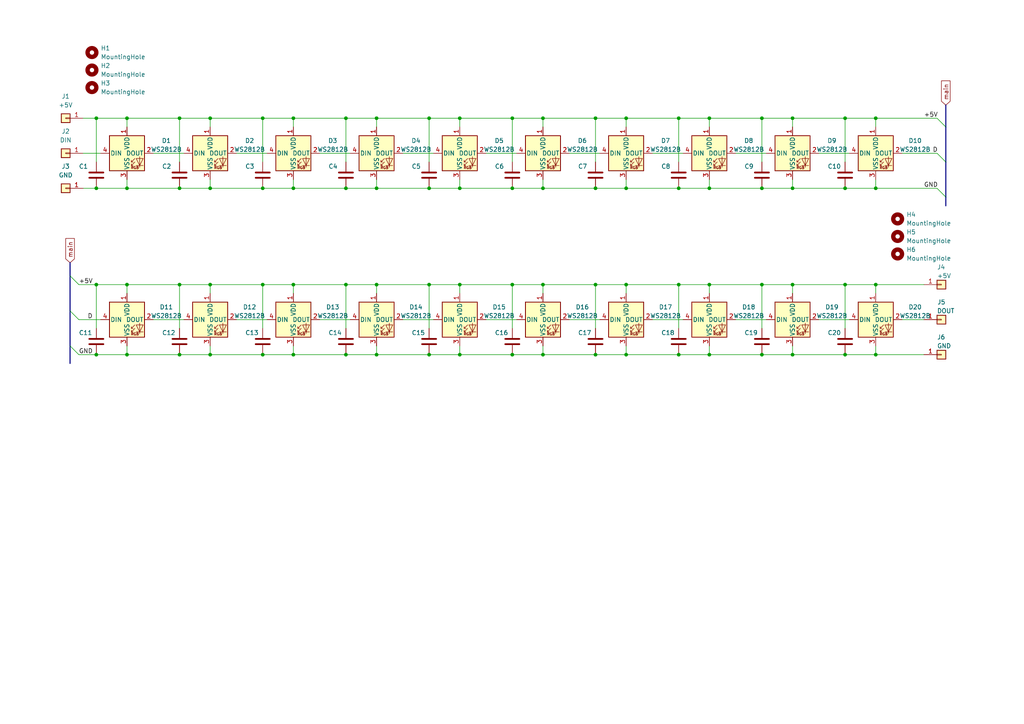
<source format=kicad_sch>
(kicad_sch (version 20230121) (generator eeschema)
  (paper "A4")
  (lib_symbols
    (symbol "Connector_Generic:Conn_01x01" (pin_names (offset 1.016) hide)
      (property "Reference" "J" (at 0 2.54 0))
      (property "Value" "Conn_01x01" (at 0 -2.54 0))
      (symbol "Conn_01x01_1_1"
        (rectangle (start -1.27 0.127) (end 0 -0.127) (stroke (width 0.1524)))
        (rectangle (start -1.27 1.27) (end 1.27 -1.27) (stroke (width 0.254)) (fill (type background)))
        (pin passive line (at -5.08 0 0) (length 3.81) (name "Pin_1") (number "1"))
      )
    )
    (symbol "Device:C" (pin_numbers hide) (pin_names (offset 0.254))
      (property "Reference" "C" (at 0.635 2.54 0))
      (property "Value" "C" (at 0.635 -2.54 0))
      (symbol "C_0_1"
        (polyline (pts (xy -2.032 -0.762) (xy 2.032 -0.762)) (stroke (width 0.508)))
        (polyline (pts (xy -2.032 0.762) (xy 2.032 0.762)) (stroke (width 0.508)))
      )
      (symbol "C_1_1"
        (pin passive line (at 0 3.81 270) (length 2.794) (name "~") (number "1"))
        (pin passive line (at 0 -3.81 90) (length 2.794) (name "~") (number "2"))
      )
    )
    (symbol "LED:WS2812B" (pin_names (offset 0.254))
      (property "Reference" "D" (at 5.08 5.715 0))
      (property "Value" "WS2812B" (at 1.27 -5.715 0))
      (symbol "WS2812B_0_0"
        (text "RGB" (at 2.286 -4.191 0) (effects (font (size 0.762 0.762))))
      )
      (symbol "WS2812B_0_1"
        (polyline (pts (xy 1.27 -3.556) (xy 1.778 -3.556)))
        (polyline (pts (xy 1.27 -2.54) (xy 1.778 -2.54)))
        (polyline (pts (xy 4.699 -3.556) (xy 2.667 -3.556)))
        (polyline (pts (xy 2.286 -2.54) (xy 1.27 -3.556) (xy 1.27 -3.048)))
        (polyline (pts (xy 2.286 -1.524) (xy 1.27 -2.54) (xy 1.27 -2.032)))
        (polyline (pts (xy 3.683 -1.016) (xy 3.683 -3.556) (xy 3.683 -4.064)))
        (polyline (pts (xy 4.699 -1.524) (xy 2.667 -1.524) (xy 3.683 -3.556) (xy 4.699 -1.524)))
        (rectangle (start 5.08 5.08) (end -5.08 -5.08) (stroke (width 0.254)) (fill (type background)))
      )
      (symbol "WS2812B_1_1"
        (pin power_in line (at 0 7.62 270) (length 2.54) (name "VDD") (number "1"))
        (pin output line (at 7.62 0 180) (length 2.54) (name "DOUT") (number "2"))
        (pin power_in line (at 0 -7.62 90) (length 2.54) (name "VSS") (number "3"))
        (pin input line (at -7.62 0 0) (length 2.54) (name "DIN") (number "4"))
      )
    )
    (symbol "Mechanical:MountingHole" (pin_names (offset 1.016))
      (property "Reference" "H" (at 0 5.08 0))
      (property "Value" "MountingHole" (at 0 3.175 0))
      (symbol "MountingHole_0_1"
        (circle (center 0 0) (radius 1.27) (stroke (width 1.27)))
      )
    )
  )
  (junction (at 52.07 102.87))
  (junction (at 205.74 54.61))
  (junction (at 205.74 82.55))
  (junction (at 181.61 82.55))
  (junction (at 172.72 54.61))
  (junction (at 196.85 82.55))
  (junction (at 157.48 82.55))
  (junction (at 148.59 102.87))
  (junction (at 157.48 102.87))
  (junction (at 124.46 54.61))
  (junction (at 60.96 34.29))
  (junction (at 172.72 82.55))
  (junction (at 172.72 102.87))
  (junction (at 196.85 34.29))
  (junction (at 85.09 82.55))
  (junction (at 148.59 34.29))
  (junction (at 60.96 54.61))
  (junction (at 100.33 34.29))
  (junction (at 100.33 102.87))
  (junction (at 52.07 82.55))
  (junction (at 109.22 54.61))
  (junction (at 172.72 34.29))
  (junction (at 27.94 34.29))
  (junction (at 254 54.61))
  (junction (at 85.09 34.29))
  (junction (at 52.07 34.29))
  (junction (at 245.11 54.61))
  (junction (at 229.87 82.55))
  (junction (at 157.48 34.29))
  (junction (at 76.2 102.87))
  (junction (at 36.83 82.55))
  (junction (at 148.59 82.55))
  (junction (at 148.59 54.61))
  (junction (at 220.98 82.55))
  (junction (at 100.33 54.61))
  (junction (at 124.46 82.55))
  (junction (at 220.98 54.61))
  (junction (at 245.11 82.55))
  (junction (at 254 82.55))
  (junction (at 229.87 102.87))
  (junction (at 229.87 54.61))
  (junction (at 229.87 34.29))
  (junction (at 254 102.87))
  (junction (at 60.96 82.55))
  (junction (at 220.98 34.29))
  (junction (at 27.94 54.61))
  (junction (at 36.83 54.61))
  (junction (at 245.11 102.87))
  (junction (at 181.61 54.61))
  (junction (at 220.98 102.87))
  (junction (at 205.74 102.87))
  (junction (at 157.48 54.61))
  (junction (at 36.83 34.29))
  (junction (at 76.2 82.55))
  (junction (at 76.2 54.61))
  (junction (at 196.85 102.87))
  (junction (at 85.09 102.87))
  (junction (at 133.35 82.55))
  (junction (at 85.09 54.61))
  (junction (at 245.11 34.29))
  (junction (at 76.2 34.29))
  (junction (at 100.33 82.55))
  (junction (at 124.46 34.29))
  (junction (at 109.22 34.29))
  (junction (at 52.07 54.61))
  (junction (at 205.74 34.29))
  (junction (at 254 34.29))
  (junction (at 27.94 102.87))
  (junction (at 181.61 34.29))
  (junction (at 133.35 102.87))
  (junction (at 181.61 102.87))
  (junction (at 60.96 102.87))
  (junction (at 109.22 82.55))
  (junction (at 124.46 102.87))
  (junction (at 36.83 102.87))
  (junction (at 196.85 54.61))
  (junction (at 133.35 54.61))
  (junction (at 133.35 34.29))
  (junction (at 109.22 102.87))
  (junction (at 27.94 82.55))
  (bus_entry (at 20.32 90.17) (size 2.54 2.54))
  (bus_entry (at 271.78 54.61) (size 2.54 2.54))
  (bus_entry (at 271.78 44.45) (size 2.54 2.54))
  (bus_entry (at 20.32 100.33) (size 2.54 2.54))
  (bus_entry (at 271.78 34.29) (size 2.54 2.54))
  (bus_entry (at 20.32 80.01) (size 2.54 2.54))
  (wire (pts (xy 254 100.33) (xy 254 102.87)))
  (wire (pts (xy 76.2 102.87) (xy 85.09 102.87)))
  (wire (pts (xy 229.87 54.61) (xy 245.11 54.61)))
  (wire (pts (xy 44.45 92.71) (xy 53.34 92.71)))
  (wire (pts (xy 213.36 92.71) (xy 222.25 92.71)))
  (wire (pts (xy 76.2 54.61) (xy 85.09 54.61)))
  (wire (pts (xy 52.07 102.87) (xy 60.96 102.87)))
  (wire (pts (xy 124.46 102.87) (xy 133.35 102.87)))
  (wire (pts (xy 181.61 100.33) (xy 181.61 102.87)))
  (wire (pts (xy 133.35 54.61) (xy 148.59 54.61)))
  (wire (pts (xy 85.09 100.33) (xy 85.09 102.87)))
  (wire (pts (xy 24.13 54.61) (xy 27.94 54.61)))
  (wire (pts (xy 116.84 92.71) (xy 125.73 92.71)))
  (wire (pts (xy 261.62 92.71) (xy 267.97 92.71)))
  (wire (pts (xy 109.22 52.07) (xy 109.22 54.61)))
  (wire (pts (xy 92.71 92.71) (xy 101.6 92.71)))
  (wire (pts (xy 68.58 44.45) (xy 77.47 44.45)))
  (wire (pts (xy 196.85 82.55) (xy 196.85 95.25)))
  (wire (pts (xy 181.61 102.87) (xy 196.85 102.87)))
  (wire (pts (xy 205.74 34.29) (xy 220.98 34.29)))
  (wire (pts (xy 245.11 82.55) (xy 254 82.55)))
  (wire (pts (xy 220.98 82.55) (xy 220.98 95.25)))
  (wire (pts (xy 196.85 82.55) (xy 205.74 82.55)))
  (wire (pts (xy 109.22 34.29) (xy 124.46 34.29)))
  (wire (pts (xy 85.09 52.07) (xy 85.09 54.61)))
  (wire (pts (xy 220.98 82.55) (xy 229.87 82.55)))
  (wire (pts (xy 100.33 82.55) (xy 109.22 82.55)))
  (wire (pts (xy 85.09 102.87) (xy 100.33 102.87)))
  (wire (pts (xy 205.74 54.61) (xy 220.98 54.61)))
  (wire (pts (xy 24.13 44.45) (xy 29.21 44.45)))
  (wire (pts (xy 124.46 34.29) (xy 124.46 46.99)))
  (wire (pts (xy 245.11 34.29) (xy 245.11 46.99)))
  (wire (pts (xy 109.22 100.33) (xy 109.22 102.87)))
  (wire (pts (xy 85.09 34.29) (xy 100.33 34.29)))
  (wire (pts (xy 76.2 34.29) (xy 76.2 46.99)))
  (wire (pts (xy 92.71 44.45) (xy 101.6 44.45)))
  (wire (pts (xy 27.94 82.55) (xy 36.83 82.55)))
  (wire (pts (xy 36.83 82.55) (xy 52.07 82.55)))
  (wire (pts (xy 133.35 52.07) (xy 133.35 54.61)))
  (wire (pts (xy 22.86 102.87) (xy 27.94 102.87)))
  (wire (pts (xy 172.72 102.87) (xy 181.61 102.87)))
  (wire (pts (xy 245.11 54.61) (xy 254 54.61)))
  (wire (pts (xy 27.94 34.29) (xy 27.94 46.99)))
  (wire (pts (xy 60.96 34.29) (xy 60.96 36.83)))
  (wire (pts (xy 60.96 82.55) (xy 76.2 82.55)))
  (wire (pts (xy 254 34.29) (xy 271.78 34.29)))
  (wire (pts (xy 237.49 44.45) (xy 246.38 44.45)))
  (wire (pts (xy 245.11 34.29) (xy 254 34.29)))
  (wire (pts (xy 76.2 34.29) (xy 85.09 34.29)))
  (wire (pts (xy 22.86 82.55) (xy 27.94 82.55)))
  (wire (pts (xy 205.74 102.87) (xy 220.98 102.87)))
  (wire (pts (xy 27.94 34.29) (xy 36.83 34.29)))
  (wire (pts (xy 181.61 82.55) (xy 181.61 85.09)))
  (wire (pts (xy 52.07 34.29) (xy 60.96 34.29)))
  (wire (pts (xy 245.11 82.55) (xy 245.11 95.25)))
  (wire (pts (xy 172.72 54.61) (xy 181.61 54.61)))
  (wire (pts (xy 85.09 54.61) (xy 100.33 54.61)))
  (wire (pts (xy 133.35 102.87) (xy 148.59 102.87)))
  (wire (pts (xy 245.11 102.87) (xy 254 102.87)))
  (wire (pts (xy 220.98 34.29) (xy 229.87 34.29)))
  (wire (pts (xy 100.33 102.87) (xy 109.22 102.87)))
  (wire (pts (xy 124.46 54.61) (xy 133.35 54.61)))
  (wire (pts (xy 148.59 82.55) (xy 148.59 95.25)))
  (wire (pts (xy 205.74 100.33) (xy 205.74 102.87)))
  (wire (pts (xy 27.94 102.87) (xy 36.83 102.87)))
  (wire (pts (xy 220.98 54.61) (xy 229.87 54.61)))
  (wire (pts (xy 133.35 82.55) (xy 148.59 82.55)))
  (wire (pts (xy 140.97 44.45) (xy 149.86 44.45)))
  (bus (pts (xy 274.32 46.99) (xy 274.32 57.15)))
  (wire (pts (xy 148.59 34.29) (xy 148.59 46.99)))
  (wire (pts (xy 60.96 82.55) (xy 60.96 85.09)))
  (wire (pts (xy 124.46 82.55) (xy 124.46 95.25)))
  (wire (pts (xy 52.07 34.29) (xy 52.07 46.99)))
  (wire (pts (xy 60.96 34.29) (xy 76.2 34.29)))
  (bus (pts (xy 20.32 80.01) (xy 20.32 90.17)))
  (wire (pts (xy 229.87 34.29) (xy 245.11 34.29)))
  (wire (pts (xy 109.22 34.29) (xy 109.22 36.83)))
  (wire (pts (xy 133.35 34.29) (xy 133.35 36.83)))
  (wire (pts (xy 36.83 34.29) (xy 52.07 34.29)))
  (wire (pts (xy 181.61 82.55) (xy 196.85 82.55)))
  (wire (pts (xy 157.48 34.29) (xy 157.48 36.83)))
  (bus (pts (xy 20.32 76.2) (xy 20.32 80.01)))
  (wire (pts (xy 181.61 54.61) (xy 196.85 54.61)))
  (wire (pts (xy 109.22 82.55) (xy 124.46 82.55)))
  (wire (pts (xy 172.72 82.55) (xy 172.72 95.25)))
  (wire (pts (xy 36.83 100.33) (xy 36.83 102.87)))
  (wire (pts (xy 229.87 82.55) (xy 229.87 85.09)))
  (wire (pts (xy 148.59 34.29) (xy 157.48 34.29)))
  (wire (pts (xy 205.74 82.55) (xy 220.98 82.55)))
  (wire (pts (xy 196.85 34.29) (xy 205.74 34.29)))
  (wire (pts (xy 157.48 54.61) (xy 172.72 54.61)))
  (wire (pts (xy 76.2 82.55) (xy 76.2 95.25)))
  (wire (pts (xy 100.33 82.55) (xy 100.33 95.25)))
  (wire (pts (xy 229.87 82.55) (xy 245.11 82.55)))
  (wire (pts (xy 254 102.87) (xy 267.97 102.87)))
  (wire (pts (xy 36.83 52.07) (xy 36.83 54.61)))
  (wire (pts (xy 229.87 52.07) (xy 229.87 54.61)))
  (wire (pts (xy 36.83 34.29) (xy 36.83 36.83)))
  (wire (pts (xy 109.22 54.61) (xy 124.46 54.61)))
  (wire (pts (xy 220.98 102.87) (xy 229.87 102.87)))
  (wire (pts (xy 133.35 82.55) (xy 133.35 85.09)))
  (wire (pts (xy 205.74 34.29) (xy 205.74 36.83)))
  (wire (pts (xy 133.35 34.29) (xy 148.59 34.29)))
  (wire (pts (xy 172.72 82.55) (xy 181.61 82.55)))
  (wire (pts (xy 229.87 100.33) (xy 229.87 102.87)))
  (wire (pts (xy 27.94 54.61) (xy 36.83 54.61)))
  (wire (pts (xy 189.23 92.71) (xy 198.12 92.71)))
  (wire (pts (xy 189.23 44.45) (xy 198.12 44.45)))
  (wire (pts (xy 229.87 34.29) (xy 229.87 36.83)))
  (wire (pts (xy 44.45 44.45) (xy 53.34 44.45)))
  (wire (pts (xy 148.59 102.87) (xy 157.48 102.87)))
  (wire (pts (xy 157.48 82.55) (xy 157.48 85.09)))
  (wire (pts (xy 254 54.61) (xy 271.78 54.61)))
  (wire (pts (xy 172.72 34.29) (xy 172.72 46.99)))
  (wire (pts (xy 181.61 34.29) (xy 196.85 34.29)))
  (wire (pts (xy 205.74 52.07) (xy 205.74 54.61)))
  (wire (pts (xy 205.74 82.55) (xy 205.74 85.09)))
  (wire (pts (xy 52.07 82.55) (xy 52.07 95.25)))
  (wire (pts (xy 220.98 34.29) (xy 220.98 46.99)))
  (wire (pts (xy 100.33 34.29) (xy 109.22 34.29)))
  (wire (pts (xy 133.35 100.33) (xy 133.35 102.87)))
  (wire (pts (xy 229.87 102.87) (xy 245.11 102.87)))
  (wire (pts (xy 124.46 82.55) (xy 133.35 82.55)))
  (wire (pts (xy 181.61 34.29) (xy 181.61 36.83)))
  (wire (pts (xy 68.58 92.71) (xy 77.47 92.71)))
  (wire (pts (xy 181.61 52.07) (xy 181.61 54.61)))
  (wire (pts (xy 76.2 82.55) (xy 85.09 82.55)))
  (wire (pts (xy 196.85 54.61) (xy 205.74 54.61)))
  (wire (pts (xy 52.07 54.61) (xy 60.96 54.61)))
  (wire (pts (xy 124.46 34.29) (xy 133.35 34.29)))
  (wire (pts (xy 213.36 44.45) (xy 222.25 44.45)))
  (wire (pts (xy 237.49 92.71) (xy 246.38 92.71)))
  (wire (pts (xy 100.33 34.29) (xy 100.33 46.99)))
  (wire (pts (xy 254 34.29) (xy 254 36.83)))
  (wire (pts (xy 157.48 82.55) (xy 172.72 82.55)))
  (wire (pts (xy 109.22 102.87) (xy 124.46 102.87)))
  (wire (pts (xy 24.13 34.29) (xy 27.94 34.29)))
  (wire (pts (xy 85.09 82.55) (xy 100.33 82.55)))
  (wire (pts (xy 148.59 82.55) (xy 157.48 82.55)))
  (wire (pts (xy 157.48 102.87) (xy 172.72 102.87)))
  (wire (pts (xy 109.22 82.55) (xy 109.22 85.09)))
  (wire (pts (xy 100.33 54.61) (xy 109.22 54.61)))
  (wire (pts (xy 148.59 54.61) (xy 157.48 54.61)))
  (wire (pts (xy 36.83 82.55) (xy 36.83 85.09)))
  (wire (pts (xy 60.96 102.87) (xy 76.2 102.87)))
  (wire (pts (xy 60.96 54.61) (xy 76.2 54.61)))
  (wire (pts (xy 254 82.55) (xy 267.97 82.55)))
  (wire (pts (xy 52.07 82.55) (xy 60.96 82.55)))
  (wire (pts (xy 254 82.55) (xy 254 85.09)))
  (wire (pts (xy 22.86 92.71) (xy 29.21 92.71)))
  (wire (pts (xy 254 52.07) (xy 254 54.61)))
  (wire (pts (xy 85.09 82.55) (xy 85.09 85.09)))
  (wire (pts (xy 172.72 34.29) (xy 181.61 34.29)))
  (wire (pts (xy 27.94 82.55) (xy 27.94 95.25)))
  (wire (pts (xy 261.62 44.45) (xy 271.78 44.45)))
  (wire (pts (xy 36.83 54.61) (xy 52.07 54.61)))
  (wire (pts (xy 165.1 44.45) (xy 173.99 44.45)))
  (wire (pts (xy 157.48 34.29) (xy 172.72 34.29)))
  (wire (pts (xy 36.83 102.87) (xy 52.07 102.87)))
  (wire (pts (xy 196.85 34.29) (xy 196.85 46.99)))
  (wire (pts (xy 196.85 102.87) (xy 205.74 102.87)))
  (wire (pts (xy 60.96 100.33) (xy 60.96 102.87)))
  (wire (pts (xy 157.48 52.07) (xy 157.48 54.61)))
  (bus (pts (xy 274.32 30.48) (xy 274.32 36.83)))
  (bus (pts (xy 274.32 57.15) (xy 274.32 59.69)))
  (bus (pts (xy 274.32 36.83) (xy 274.32 46.99)))
  (wire (pts (xy 165.1 92.71) (xy 173.99 92.71)))
  (wire (pts (xy 60.96 52.07) (xy 60.96 54.61)))
  (wire (pts (xy 116.84 44.45) (xy 125.73 44.45)))
  (wire (pts (xy 157.48 100.33) (xy 157.48 102.87)))
  (wire (pts (xy 140.97 92.71) (xy 149.86 92.71)))
  (wire (pts (xy 85.09 34.29) (xy 85.09 36.83)))
  (bus (pts (xy 20.32 90.17) (xy 20.32 100.33)))
  (bus (pts (xy 20.32 100.33) (xy 20.32 105.41)))
  (label "D" (at 25.4 92.71 0))
  (label "GND" (at 267.97 54.61 0))
  (label "GND" (at 22.86 102.87 0))
  (label "+5V" (at 267.97 34.29 0))
  (label "+5V" (at 22.86 82.55 0))
  (label "D" (at 270.51 44.45 0))
  (global_label "main" (shape input) (at 20.32 76.2 90) (property "Intersheetrefs" "${INTERSHEET_REFS}" (effects hide)))
  (global_label "main" (shape input) (at 274.32 30.48 90) (property "Intersheetrefs" "${INTERSHEET_REFS}" (effects hide)))
  (symbol (lib_id "Device:C") (at 196.85 99.06 0) (unit 1)
    (property "Reference" "C18" (at 191.77 96.52 0) (effects (justify left)))
    (property "Value" "C" (effects hide))
    (property "Footprint" "Capacitor_SMD:C_0805_2012Metric" (effects hide))
  )
  (symbol (lib_id "Device:C") (at 220.98 50.8 0) (unit 1)
    (property "Reference" "C9" (at 215.9 48.26 0) (effects (justify left)))
    (property "Value" "C" (effects hide))
    (property "Footprint" "Capacitor_SMD:C_0805_2012Metric" (effects hide))
  )
  (symbol (lib_id "Device:C") (at 76.2 50.8 0) (unit 1)
    (property "Reference" "C3" (at 71.12 48.26 0) (effects (justify left)))
    (property "Value" "C" (effects hide))
    (property "Footprint" "Capacitor_SMD:C_0805_2012Metric" (effects hide))
  )
  (symbol (lib_id "Device:C") (at 52.07 99.06 0) (unit 1)
    (property "Reference" "C12" (at 46.99 96.52 0) (effects (justify left)))
    (property "Value" "C" (effects hide))
    (property "Footprint" "Capacitor_SMD:C_0805_2012Metric" (effects hide))
  )
  (symbol (lib_id "Connector_Generic:Conn_01x01") (at 273.05 102.87 0) (unit 1)
    (property "Reference" "J6" (at 271.78 97.79 0) (effects (justify left)))
    (property "Value" "GND" (at 271.78 100.33 0) (effects (justify left)))
    (property "Footprint" "Connector_Wire:SolderWirePad_1x01_SMD_1x2mm" (effects hide))
  )
  (symbol (lib_id "LED:WS2812B") (at 229.87 44.45 0) (unit 1)
    (property "Reference" "D9" (at 241.3 40.8021 0))
    (property "Value" "WS2812B" (at 241.3 43.3421 0))
    (property "Footprint" "LED_SMD:LED_WS2812B_PLCC4_5.0x5.0mm_P3.2mm" (effects hide))
    (property "Datasheet" "https://cdn-shop.adafruit.com/datasheets/WS2812B.pdf" (effects hide))
  )
  (symbol (lib_id "LED:WS2812B") (at 254 44.45 0) (unit 1)
    (property "Reference" "D10" (at 265.43 40.8021 0))
    (property "Value" "WS2812B" (at 265.43 43.3421 0))
    (property "Footprint" "LED_SMD:LED_WS2812B_PLCC4_5.0x5.0mm_P3.2mm" (effects hide))
    (property "Datasheet" "https://cdn-shop.adafruit.com/datasheets/WS2812B.pdf" (effects hide))
  )
  (symbol (lib_id "LED:WS2812B") (at 157.48 44.45 0) (unit 1)
    (property "Reference" "D6" (at 168.91 40.8021 0))
    (property "Value" "WS2812B" (at 168.91 43.3421 0))
    (property "Footprint" "LED_SMD:LED_WS2812B_PLCC4_5.0x5.0mm_P3.2mm" (effects hide))
    (property "Datasheet" "https://cdn-shop.adafruit.com/datasheets/WS2812B.pdf" (effects hide))
  )
  (symbol (lib_id "Mechanical:MountingHole") (at 26.67 15.24 0) (unit 1)
    (property "Reference" "H1" (at 29.21 13.97 0) (effects (justify left)))
    (property "Value" "MountingHole" (at 29.21 16.51 0) (effects (justify left)))
    (property "Footprint" "MountingHole:MountingHole_2.1mm" (effects hide))
  )
  (symbol (lib_id "Mechanical:MountingHole") (at 26.67 25.4 0) (unit 1)
    (property "Reference" "H3" (at 29.21 24.13 0) (effects (justify left)))
    (property "Value" "MountingHole" (at 29.21 26.67 0) (effects (justify left)))
    (property "Footprint" "MountingHole:MountingHole_2.1mm" (effects hide))
  )
  (symbol (lib_id "LED:WS2812B") (at 133.35 92.71 0) (unit 1)
    (property "Reference" "D15" (at 144.78 89.0621 0))
    (property "Value" "WS2812B" (at 144.78 91.6021 0))
    (property "Footprint" "LED_SMD:LED_WS2812B_PLCC4_5.0x5.0mm_P3.2mm" (effects hide))
    (property "Datasheet" "https://cdn-shop.adafruit.com/datasheets/WS2812B.pdf" (effects hide))
  )
  (symbol (lib_id "LED:WS2812B") (at 85.09 92.71 0) (unit 1)
    (property "Reference" "D13" (at 96.52 89.0621 0))
    (property "Value" "WS2812B" (at 96.52 91.6021 0))
    (property "Footprint" "LED_SMD:LED_WS2812B_PLCC4_5.0x5.0mm_P3.2mm" (effects hide))
    (property "Datasheet" "https://cdn-shop.adafruit.com/datasheets/WS2812B.pdf" (effects hide))
  )
  (symbol (lib_id "Device:C") (at 172.72 50.8 0) (unit 1)
    (property "Reference" "C7" (at 167.64 48.26 0) (effects (justify left)))
    (property "Value" "C" (effects hide))
    (property "Footprint" "Capacitor_SMD:C_0805_2012Metric" (effects hide))
  )
  (symbol (lib_id "Device:C") (at 124.46 50.8 0) (unit 1)
    (property "Reference" "C5" (at 119.38 48.26 0) (effects (justify left)))
    (property "Value" "C" (effects hide))
    (property "Footprint" "Capacitor_SMD:C_0805_2012Metric" (effects hide))
  )
  (symbol (lib_id "Mechanical:MountingHole") (at 260.35 63.5 0) (unit 1)
    (property "Reference" "H4" (at 262.89 62.23 0) (effects (justify left)))
    (property "Value" "MountingHole" (at 262.89 64.77 0) (effects (justify left)))
    (property "Footprint" "MountingHole:MountingHole_2.1mm" (effects hide))
  )
  (symbol (lib_id "LED:WS2812B") (at 181.61 92.71 0) (unit 1)
    (property "Reference" "D17" (at 193.04 89.0621 0))
    (property "Value" "WS2812B" (at 193.04 91.6021 0))
    (property "Footprint" "LED_SMD:LED_WS2812B_PLCC4_5.0x5.0mm_P3.2mm" (effects hide))
    (property "Datasheet" "https://cdn-shop.adafruit.com/datasheets/WS2812B.pdf" (effects hide))
  )
  (symbol (lib_id "Device:C") (at 100.33 99.06 0) (unit 1)
    (property "Reference" "C14" (at 95.25 96.52 0) (effects (justify left)))
    (property "Value" "C" (effects hide))
    (property "Footprint" "Capacitor_SMD:C_0805_2012Metric" (effects hide))
  )
  (symbol (lib_id "Device:C") (at 124.46 99.06 0) (unit 1)
    (property "Reference" "C15" (at 119.38 96.52 0) (effects (justify left)))
    (property "Value" "C" (effects hide))
    (property "Footprint" "Capacitor_SMD:C_0805_2012Metric" (effects hide))
  )
  (symbol (lib_id "Device:C") (at 196.85 50.8 0) (unit 1)
    (property "Reference" "C8" (at 191.77 48.26 0) (effects (justify left)))
    (property "Value" "C" (effects hide))
    (property "Footprint" "Capacitor_SMD:C_0805_2012Metric" (effects hide))
  )
  (symbol (lib_id "Mechanical:MountingHole") (at 260.35 73.66 0) (unit 1)
    (property "Reference" "H6" (at 262.89 72.39 0) (effects (justify left)))
    (property "Value" "MountingHole" (at 262.89 74.93 0) (effects (justify left)))
    (property "Footprint" "MountingHole:MountingHole_2.1mm" (effects hide))
  )
  (symbol (lib_id "LED:WS2812B") (at 229.87 92.71 0) (unit 1)
    (property "Reference" "D19" (at 241.3 89.0621 0))
    (property "Value" "WS2812B" (at 241.3 91.6021 0))
    (property "Footprint" "LED_SMD:LED_WS2812B_PLCC4_5.0x5.0mm_P3.2mm" (effects hide))
    (property "Datasheet" "https://cdn-shop.adafruit.com/datasheets/WS2812B.pdf" (effects hide))
  )
  (symbol (lib_id "LED:WS2812B") (at 205.74 92.71 0) (unit 1)
    (property "Reference" "D18" (at 217.17 89.0621 0))
    (property "Value" "WS2812B" (at 217.17 91.6021 0))
    (property "Footprint" "LED_SMD:LED_WS2812B_PLCC4_5.0x5.0mm_P3.2mm" (effects hide))
    (property "Datasheet" "https://cdn-shop.adafruit.com/datasheets/WS2812B.pdf" (effects hide))
  )
  (symbol (lib_id "Device:C") (at 148.59 50.8 0) (unit 1)
    (property "Reference" "C6" (at 143.51 48.26 0) (effects (justify left)))
    (property "Value" "C" (effects hide))
    (property "Footprint" "Capacitor_SMD:C_0805_2012Metric" (effects hide))
  )
  (symbol (lib_id "LED:WS2812B") (at 109.22 44.45 0) (unit 1)
    (property "Reference" "D4" (at 120.65 40.8021 0))
    (property "Value" "WS2812B" (at 120.65 43.3421 0))
    (property "Footprint" "LED_SMD:LED_WS2812B_PLCC4_5.0x5.0mm_P3.2mm" (effects hide))
    (property "Datasheet" "https://cdn-shop.adafruit.com/datasheets/WS2812B.pdf" (effects hide))
  )
  (symbol (lib_id "LED:WS2812B") (at 36.83 92.71 0) (unit 1)
    (property "Reference" "D11" (at 48.26 89.0621 0))
    (property "Value" "WS2812B" (at 48.26 91.6021 0))
    (property "Footprint" "LED_SMD:LED_WS2812B_PLCC4_5.0x5.0mm_P3.2mm" (effects hide))
    (property "Datasheet" "https://cdn-shop.adafruit.com/datasheets/WS2812B.pdf" (effects hide))
  )
  (symbol (lib_id "Device:C") (at 27.94 50.8 0) (unit 1)
    (property "Reference" "C1" (at 22.86 48.26 0) (effects (justify left)))
    (property "Value" "C" (effects hide))
    (property "Footprint" "Capacitor_SMD:C_0805_2012Metric" (effects hide))
  )
  (symbol (lib_id "Device:C") (at 245.11 99.06 0) (unit 1)
    (property "Reference" "C20" (at 240.03 96.52 0) (effects (justify left)))
    (property "Value" "C" (effects hide))
    (property "Footprint" "Capacitor_SMD:C_0805_2012Metric" (effects hide))
  )
  (symbol (lib_id "Connector_Generic:Conn_01x01") (at 273.05 92.71 0) (unit 1)
    (property "Reference" "J5" (at 273.05 87.63 0))
    (property "Value" "DOUT" (at 274.32 90.17 0))
    (property "Footprint" "Connector_Wire:SolderWirePad_1x01_SMD_1x2mm" (effects hide))
  )
  (symbol (lib_id "LED:WS2812B") (at 60.96 92.71 0) (unit 1)
    (property "Reference" "D12" (at 72.39 89.0621 0))
    (property "Value" "WS2812B" (at 72.39 91.6021 0))
    (property "Footprint" "LED_SMD:LED_WS2812B_PLCC4_5.0x5.0mm_P3.2mm" (effects hide))
    (property "Datasheet" "https://cdn-shop.adafruit.com/datasheets/WS2812B.pdf" (effects hide))
  )
  (symbol (lib_id "Mechanical:MountingHole") (at 26.67 20.32 0) (unit 1)
    (property "Reference" "H2" (at 29.21 19.05 0) (effects (justify left)))
    (property "Value" "MountingHole" (at 29.21 21.59 0) (effects (justify left)))
    (property "Footprint" "MountingHole:MountingHole_2.1mm" (effects hide))
  )
  (symbol (lib_id "LED:WS2812B") (at 109.22 92.71 0) (unit 1)
    (property "Reference" "D14" (at 120.65 89.0621 0))
    (property "Value" "WS2812B" (at 120.65 91.6021 0))
    (property "Footprint" "LED_SMD:LED_WS2812B_PLCC4_5.0x5.0mm_P3.2mm" (effects hide))
    (property "Datasheet" "https://cdn-shop.adafruit.com/datasheets/WS2812B.pdf" (effects hide))
  )
  (symbol (lib_id "LED:WS2812B") (at 205.74 44.45 0) (unit 1)
    (property "Reference" "D8" (at 217.17 40.8021 0))
    (property "Value" "WS2812B" (at 217.17 43.3421 0))
    (property "Footprint" "LED_SMD:LED_WS2812B_PLCC4_5.0x5.0mm_P3.2mm" (effects hide))
    (property "Datasheet" "https://cdn-shop.adafruit.com/datasheets/WS2812B.pdf" (effects hide))
  )
  (symbol (lib_id "Device:C") (at 172.72 99.06 0) (unit 1)
    (property "Reference" "C17" (at 167.64 96.52 0) (effects (justify left)))
    (property "Value" "C" (effects hide))
    (property "Footprint" "Capacitor_SMD:C_0805_2012Metric" (effects hide))
  )
  (symbol (lib_id "Connector_Generic:Conn_01x01") (at 273.05 82.55 0) (unit 1)
    (property "Reference" "J4" (at 271.78 77.47 0) (effects (justify left)))
    (property "Value" "+5V" (at 271.78 80.01 0) (effects (justify left)))
    (property "Footprint" "Connector_Wire:SolderWirePad_1x01_SMD_1x2mm" (effects hide))
  )
  (symbol (lib_id "Device:C") (at 100.33 50.8 0) (unit 1)
    (property "Reference" "C4" (at 95.25 48.26 0) (effects (justify left)))
    (property "Value" "C" (effects hide))
    (property "Footprint" "Capacitor_SMD:C_0805_2012Metric" (effects hide))
  )
  (symbol (lib_id "Connector_Generic:Conn_01x01") (at 19.05 44.45 180) (unit 1)
    (property "Reference" "J2" (at 19.05 38.1 0))
    (property "Value" "DIN" (at 19.05 40.64 0))
    (property "Footprint" "Connector_Wire:SolderWirePad_1x01_SMD_1x2mm" (effects hide))
  )
  (symbol (lib_id "LED:WS2812B") (at 60.96 44.45 0) (unit 1)
    (property "Reference" "D2" (at 72.39 40.8021 0))
    (property "Value" "WS2812B" (at 72.39 43.3421 0))
    (property "Footprint" "LED_SMD:LED_WS2812B_PLCC4_5.0x5.0mm_P3.2mm" (effects hide))
    (property "Datasheet" "https://cdn-shop.adafruit.com/datasheets/WS2812B.pdf" (effects hide))
  )
  (symbol (lib_id "Mechanical:MountingHole") (at 260.35 68.58 0) (unit 1)
    (property "Reference" "H5" (at 262.89 67.31 0) (effects (justify left)))
    (property "Value" "MountingHole" (at 262.89 69.85 0) (effects (justify left)))
    (property "Footprint" "MountingHole:MountingHole_2.1mm" (effects hide))
  )
  (symbol (lib_id "LED:WS2812B") (at 181.61 44.45 0) (unit 1)
    (property "Reference" "D7" (at 193.04 40.8021 0))
    (property "Value" "WS2812B" (at 193.04 43.3421 0))
    (property "Footprint" "LED_SMD:LED_WS2812B_PLCC4_5.0x5.0mm_P3.2mm" (effects hide))
    (property "Datasheet" "https://cdn-shop.adafruit.com/datasheets/WS2812B.pdf" (effects hide))
  )
  (symbol (lib_id "LED:WS2812B") (at 85.09 44.45 0) (unit 1)
    (property "Reference" "D3" (at 96.52 40.8021 0))
    (property "Value" "WS2812B" (at 96.52 43.3421 0))
    (property "Footprint" "LED_SMD:LED_WS2812B_PLCC4_5.0x5.0mm_P3.2mm" (effects hide))
    (property "Datasheet" "https://cdn-shop.adafruit.com/datasheets/WS2812B.pdf" (effects hide))
  )
  (symbol (lib_id "Device:C") (at 27.94 99.06 0) (unit 1)
    (property "Reference" "C11" (at 22.86 96.52 0) (effects (justify left)))
    (property "Value" "C" (effects hide))
    (property "Footprint" "Capacitor_SMD:C_0805_2012Metric" (effects hide))
  )
  (symbol (lib_id "Device:C") (at 148.59 99.06 0) (unit 1)
    (property "Reference" "C16" (at 143.51 96.52 0) (effects (justify left)))
    (property "Value" "C" (effects hide))
    (property "Footprint" "Capacitor_SMD:C_0805_2012Metric" (effects hide))
  )
  (symbol (lib_id "LED:WS2812B") (at 133.35 44.45 0) (unit 1)
    (property "Reference" "D5" (at 144.78 40.8021 0))
    (property "Value" "WS2812B" (at 144.78 43.3421 0))
    (property "Footprint" "LED_SMD:LED_WS2812B_PLCC4_5.0x5.0mm_P3.2mm" (effects hide))
    (property "Datasheet" "https://cdn-shop.adafruit.com/datasheets/WS2812B.pdf" (effects hide))
  )
  (symbol (lib_id "LED:WS2812B") (at 157.48 92.71 0) (unit 1)
    (property "Reference" "D16" (at 168.91 89.0621 0))
    (property "Value" "WS2812B" (at 168.91 91.6021 0))
    (property "Footprint" "LED_SMD:LED_WS2812B_PLCC4_5.0x5.0mm_P3.2mm" (effects hide))
    (property "Datasheet" "https://cdn-shop.adafruit.com/datasheets/WS2812B.pdf" (effects hide))
  )
  (symbol (lib_id "Device:C") (at 52.07 50.8 0) (unit 1)
    (property "Reference" "C2" (at 46.99 48.26 0) (effects (justify left)))
    (property "Value" "C" (effects hide))
    (property "Footprint" "Capacitor_SMD:C_0805_2012Metric" (effects hide))
  )
  (symbol (lib_id "LED:WS2812B") (at 36.83 44.45 0) (unit 1)
    (property "Reference" "D1" (at 48.26 40.8021 0))
    (property "Value" "WS2812B" (at 48.26 43.3421 0))
    (property "Footprint" "LED_SMD:LED_WS2812B_PLCC4_5.0x5.0mm_P3.2mm" (effects hide))
    (property "Datasheet" "https://cdn-shop.adafruit.com/datasheets/WS2812B.pdf" (effects hide))
  )
  (symbol (lib_id "Connector_Generic:Conn_01x01") (at 19.05 54.61 180) (unit 1)
    (property "Reference" "J3" (at 19.05 48.26 0))
    (property "Value" "GND" (at 19.05 50.8 0))
    (property "Footprint" "Connector_Wire:SolderWirePad_1x01_SMD_1x2mm" (effects hide))
  )
  (symbol (lib_id "LED:WS2812B") (at 254 92.71 0) (unit 1)
    (property "Reference" "D20" (at 265.43 89.0621 0))
    (property "Value" "WS2812B" (at 265.43 91.6021 0))
    (property "Footprint" "LED_SMD:LED_WS2812B_PLCC4_5.0x5.0mm_P3.2mm" (effects hide))
    (property "Datasheet" "https://cdn-shop.adafruit.com/datasheets/WS2812B.pdf" (effects hide))
  )
  (symbol (lib_id "Device:C") (at 245.11 50.8 0) (unit 1)
    (property "Reference" "C10" (at 240.03 48.26 0) (effects (justify left)))
    (property "Value" "C" (effects hide))
    (property "Footprint" "Capacitor_SMD:C_0805_2012Metric" (effects hide))
  )
  (symbol (lib_id "Device:C") (at 76.2 99.06 0) (unit 1)
    (property "Reference" "C13" (at 71.12 96.52 0) (effects (justify left)))
    (property "Value" "C" (effects hide))
    (property "Footprint" "Capacitor_SMD:C_0805_2012Metric" (effects hide))
  )
  (symbol (lib_id "Connector_Generic:Conn_01x01") (at 19.05 34.29 180) (unit 1)
    (property "Reference" "J1" (at 19.05 27.94 0))
    (property "Value" "+5V" (at 19.05 30.48 0))
    (property "Footprint" "Connector_Wire:SolderWirePad_1x01_SMD_1x2mm" (effects hide))
  )
  (symbol (lib_id "Device:C") (at 220.98 99.06 0) (unit 1)
    (property "Reference" "C19" (at 215.9 96.52 0) (effects (justify left)))
    (property "Value" "C" (effects hide))
    (property "Footprint" "Capacitor_SMD:C_0805_2012Metric" (effects hide))
  )
)
</source>
